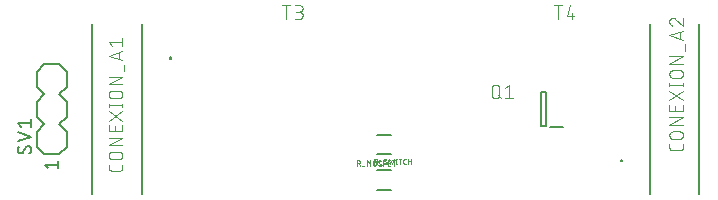
<source format=gbr>
G04 EAGLE Gerber X2 export*
%TF.Part,Single*%
%TF.FileFunction,Legend,Top,1*%
%TF.FilePolarity,Positive*%
%TF.GenerationSoftware,Autodesk,EAGLE,9.1.0*%
%TF.CreationDate,2020-06-24T00:01:39Z*%
G75*
%MOMM*%
%FSLAX34Y34*%
%LPD*%
%AMOC8*
5,1,8,0,0,1.08239X$1,22.5*%
G01*
%ADD10C,0.200000*%
%ADD11C,0.101600*%
%ADD12C,0.152400*%
%ADD13C,0.127000*%
%ADD14C,0.050800*%


D10*
X462250Y130500D02*
X457750Y130500D01*
X457750Y159500D01*
X462250Y159500D01*
X462250Y130500D01*
X465750Y130000D02*
X476250Y130000D01*
D11*
X416183Y157404D02*
X416183Y162596D01*
X416182Y162596D02*
X416184Y162709D01*
X416190Y162822D01*
X416200Y162935D01*
X416214Y163048D01*
X416231Y163160D01*
X416253Y163271D01*
X416278Y163381D01*
X416308Y163491D01*
X416341Y163599D01*
X416378Y163706D01*
X416418Y163812D01*
X416463Y163916D01*
X416511Y164019D01*
X416562Y164120D01*
X416617Y164219D01*
X416675Y164316D01*
X416737Y164411D01*
X416802Y164504D01*
X416870Y164594D01*
X416941Y164682D01*
X417016Y164768D01*
X417093Y164851D01*
X417173Y164931D01*
X417256Y165008D01*
X417342Y165083D01*
X417430Y165154D01*
X417520Y165222D01*
X417613Y165287D01*
X417708Y165349D01*
X417805Y165407D01*
X417904Y165462D01*
X418005Y165513D01*
X418108Y165561D01*
X418212Y165606D01*
X418318Y165646D01*
X418425Y165683D01*
X418533Y165716D01*
X418643Y165746D01*
X418753Y165771D01*
X418864Y165793D01*
X418976Y165810D01*
X419089Y165824D01*
X419202Y165834D01*
X419315Y165840D01*
X419428Y165842D01*
X419541Y165840D01*
X419654Y165834D01*
X419767Y165824D01*
X419880Y165810D01*
X419992Y165793D01*
X420103Y165771D01*
X420213Y165746D01*
X420323Y165716D01*
X420431Y165683D01*
X420538Y165646D01*
X420644Y165606D01*
X420748Y165561D01*
X420851Y165513D01*
X420952Y165462D01*
X421051Y165407D01*
X421148Y165349D01*
X421243Y165287D01*
X421336Y165222D01*
X421426Y165154D01*
X421514Y165083D01*
X421600Y165008D01*
X421683Y164931D01*
X421763Y164851D01*
X421840Y164768D01*
X421915Y164682D01*
X421986Y164594D01*
X422054Y164504D01*
X422119Y164411D01*
X422181Y164316D01*
X422239Y164219D01*
X422294Y164120D01*
X422345Y164019D01*
X422393Y163916D01*
X422438Y163812D01*
X422478Y163706D01*
X422515Y163599D01*
X422548Y163491D01*
X422578Y163381D01*
X422603Y163271D01*
X422625Y163160D01*
X422642Y163048D01*
X422656Y162935D01*
X422666Y162822D01*
X422672Y162709D01*
X422674Y162596D01*
X422674Y157404D01*
X422672Y157291D01*
X422666Y157178D01*
X422656Y157065D01*
X422642Y156952D01*
X422625Y156840D01*
X422603Y156729D01*
X422578Y156619D01*
X422548Y156509D01*
X422515Y156401D01*
X422478Y156294D01*
X422438Y156188D01*
X422393Y156084D01*
X422345Y155981D01*
X422294Y155880D01*
X422239Y155781D01*
X422181Y155684D01*
X422119Y155589D01*
X422054Y155496D01*
X421986Y155406D01*
X421915Y155318D01*
X421840Y155232D01*
X421763Y155149D01*
X421683Y155069D01*
X421600Y154992D01*
X421514Y154917D01*
X421426Y154846D01*
X421336Y154778D01*
X421243Y154713D01*
X421148Y154651D01*
X421051Y154593D01*
X420952Y154538D01*
X420851Y154487D01*
X420748Y154439D01*
X420644Y154394D01*
X420538Y154354D01*
X420431Y154317D01*
X420323Y154284D01*
X420213Y154254D01*
X420103Y154229D01*
X419992Y154207D01*
X419880Y154190D01*
X419767Y154176D01*
X419654Y154166D01*
X419541Y154160D01*
X419428Y154158D01*
X419315Y154160D01*
X419202Y154166D01*
X419089Y154176D01*
X418976Y154190D01*
X418864Y154207D01*
X418753Y154229D01*
X418643Y154254D01*
X418533Y154284D01*
X418425Y154317D01*
X418318Y154354D01*
X418212Y154394D01*
X418108Y154439D01*
X418005Y154487D01*
X417904Y154538D01*
X417805Y154593D01*
X417708Y154651D01*
X417613Y154713D01*
X417520Y154778D01*
X417430Y154846D01*
X417342Y154917D01*
X417256Y154992D01*
X417173Y155069D01*
X417093Y155149D01*
X417016Y155232D01*
X416941Y155318D01*
X416870Y155406D01*
X416802Y155496D01*
X416737Y155589D01*
X416675Y155684D01*
X416617Y155781D01*
X416562Y155880D01*
X416511Y155981D01*
X416463Y156084D01*
X416418Y156188D01*
X416378Y156294D01*
X416341Y156401D01*
X416308Y156509D01*
X416278Y156619D01*
X416253Y156729D01*
X416231Y156840D01*
X416214Y156952D01*
X416200Y157065D01*
X416190Y157178D01*
X416184Y157291D01*
X416182Y157404D01*
X421375Y156754D02*
X423972Y154158D01*
X427326Y163246D02*
X430572Y165842D01*
X430572Y154158D01*
X433817Y154158D02*
X427326Y154158D01*
D10*
X550000Y216900D02*
X550000Y73100D01*
X592000Y73100D02*
X592000Y216900D01*
X525352Y101510D02*
X525354Y101561D01*
X525360Y101612D01*
X525370Y101662D01*
X525383Y101711D01*
X525401Y101759D01*
X525422Y101805D01*
X525447Y101850D01*
X525475Y101893D01*
X525506Y101933D01*
X525540Y101971D01*
X525577Y102006D01*
X525617Y102038D01*
X525659Y102067D01*
X525703Y102092D01*
X525749Y102114D01*
X525797Y102133D01*
X525846Y102147D01*
X525896Y102158D01*
X525946Y102165D01*
X525997Y102168D01*
X526048Y102167D01*
X526099Y102162D01*
X526149Y102153D01*
X526199Y102140D01*
X526247Y102124D01*
X526294Y102104D01*
X526339Y102080D01*
X526382Y102053D01*
X526423Y102022D01*
X526462Y101989D01*
X526497Y101952D01*
X526530Y101913D01*
X526560Y101872D01*
X526586Y101828D01*
X526609Y101782D01*
X526628Y101735D01*
X526644Y101686D01*
X526656Y101637D01*
X526664Y101586D01*
X526668Y101536D01*
X526668Y101484D01*
X526664Y101434D01*
X526656Y101383D01*
X526644Y101334D01*
X526628Y101285D01*
X526609Y101238D01*
X526586Y101192D01*
X526560Y101148D01*
X526530Y101107D01*
X526497Y101068D01*
X526462Y101031D01*
X526423Y100998D01*
X526382Y100967D01*
X526339Y100940D01*
X526294Y100916D01*
X526247Y100896D01*
X526199Y100880D01*
X526149Y100867D01*
X526099Y100858D01*
X526048Y100853D01*
X525997Y100852D01*
X525946Y100855D01*
X525896Y100862D01*
X525846Y100873D01*
X525797Y100887D01*
X525749Y100906D01*
X525703Y100928D01*
X525659Y100953D01*
X525617Y100982D01*
X525577Y101014D01*
X525540Y101049D01*
X525506Y101087D01*
X525475Y101127D01*
X525447Y101170D01*
X525422Y101215D01*
X525401Y101261D01*
X525383Y101309D01*
X525370Y101358D01*
X525360Y101408D01*
X525354Y101459D01*
X525352Y101510D01*
D11*
X578202Y112676D02*
X578202Y115272D01*
X578202Y112676D02*
X578200Y112577D01*
X578194Y112477D01*
X578185Y112378D01*
X578172Y112280D01*
X578155Y112182D01*
X578134Y112084D01*
X578109Y111988D01*
X578081Y111893D01*
X578049Y111799D01*
X578014Y111706D01*
X577975Y111614D01*
X577932Y111524D01*
X577887Y111436D01*
X577837Y111349D01*
X577785Y111265D01*
X577729Y111182D01*
X577671Y111102D01*
X577609Y111024D01*
X577544Y110949D01*
X577476Y110876D01*
X577406Y110806D01*
X577333Y110738D01*
X577258Y110673D01*
X577180Y110611D01*
X577100Y110553D01*
X577017Y110497D01*
X576933Y110445D01*
X576846Y110395D01*
X576758Y110350D01*
X576668Y110307D01*
X576576Y110268D01*
X576483Y110233D01*
X576389Y110201D01*
X576294Y110173D01*
X576198Y110148D01*
X576100Y110127D01*
X576002Y110110D01*
X575904Y110097D01*
X575805Y110088D01*
X575705Y110082D01*
X575606Y110080D01*
X575606Y110079D02*
X569114Y110079D01*
X569015Y110081D01*
X568915Y110087D01*
X568816Y110096D01*
X568718Y110109D01*
X568620Y110127D01*
X568522Y110147D01*
X568426Y110172D01*
X568330Y110200D01*
X568236Y110232D01*
X568143Y110267D01*
X568052Y110306D01*
X567962Y110349D01*
X567873Y110394D01*
X567787Y110444D01*
X567702Y110496D01*
X567620Y110552D01*
X567540Y110611D01*
X567462Y110672D01*
X567386Y110737D01*
X567313Y110805D01*
X567243Y110875D01*
X567175Y110948D01*
X567110Y111024D01*
X567049Y111102D01*
X566990Y111182D01*
X566934Y111264D01*
X566882Y111349D01*
X566833Y111435D01*
X566787Y111524D01*
X566744Y111614D01*
X566705Y111705D01*
X566670Y111798D01*
X566638Y111892D01*
X566610Y111988D01*
X566585Y112084D01*
X566565Y112182D01*
X566547Y112280D01*
X566534Y112378D01*
X566525Y112477D01*
X566519Y112576D01*
X566517Y112676D01*
X566518Y112676D02*
X566518Y115272D01*
X569764Y119638D02*
X574956Y119638D01*
X569764Y119637D02*
X569651Y119639D01*
X569538Y119645D01*
X569425Y119655D01*
X569312Y119669D01*
X569200Y119686D01*
X569089Y119708D01*
X568979Y119733D01*
X568869Y119763D01*
X568761Y119796D01*
X568654Y119833D01*
X568548Y119873D01*
X568444Y119918D01*
X568341Y119966D01*
X568240Y120017D01*
X568141Y120072D01*
X568044Y120130D01*
X567949Y120192D01*
X567856Y120257D01*
X567766Y120325D01*
X567678Y120396D01*
X567592Y120471D01*
X567509Y120548D01*
X567429Y120628D01*
X567352Y120711D01*
X567277Y120797D01*
X567206Y120885D01*
X567138Y120975D01*
X567073Y121068D01*
X567011Y121163D01*
X566953Y121260D01*
X566898Y121359D01*
X566847Y121460D01*
X566799Y121563D01*
X566754Y121667D01*
X566714Y121773D01*
X566677Y121880D01*
X566644Y121988D01*
X566614Y122098D01*
X566589Y122208D01*
X566567Y122319D01*
X566550Y122431D01*
X566536Y122544D01*
X566526Y122657D01*
X566520Y122770D01*
X566518Y122883D01*
X566520Y122996D01*
X566526Y123109D01*
X566536Y123222D01*
X566550Y123335D01*
X566567Y123447D01*
X566589Y123558D01*
X566614Y123668D01*
X566644Y123778D01*
X566677Y123886D01*
X566714Y123993D01*
X566754Y124099D01*
X566799Y124203D01*
X566847Y124306D01*
X566898Y124407D01*
X566953Y124506D01*
X567011Y124603D01*
X567073Y124698D01*
X567138Y124791D01*
X567206Y124881D01*
X567277Y124969D01*
X567352Y125055D01*
X567429Y125138D01*
X567509Y125218D01*
X567592Y125295D01*
X567678Y125370D01*
X567766Y125441D01*
X567856Y125509D01*
X567949Y125574D01*
X568044Y125636D01*
X568141Y125694D01*
X568240Y125749D01*
X568341Y125800D01*
X568444Y125848D01*
X568548Y125893D01*
X568654Y125933D01*
X568761Y125970D01*
X568869Y126003D01*
X568979Y126033D01*
X569089Y126058D01*
X569200Y126080D01*
X569312Y126097D01*
X569425Y126111D01*
X569538Y126121D01*
X569651Y126127D01*
X569764Y126129D01*
X574956Y126129D01*
X575069Y126127D01*
X575182Y126121D01*
X575295Y126111D01*
X575408Y126097D01*
X575520Y126080D01*
X575631Y126058D01*
X575741Y126033D01*
X575851Y126003D01*
X575959Y125970D01*
X576066Y125933D01*
X576172Y125893D01*
X576276Y125848D01*
X576379Y125800D01*
X576480Y125749D01*
X576579Y125694D01*
X576676Y125636D01*
X576771Y125574D01*
X576864Y125509D01*
X576954Y125441D01*
X577042Y125370D01*
X577128Y125295D01*
X577211Y125218D01*
X577291Y125138D01*
X577368Y125055D01*
X577443Y124969D01*
X577514Y124881D01*
X577582Y124791D01*
X577647Y124698D01*
X577709Y124603D01*
X577767Y124506D01*
X577822Y124407D01*
X577873Y124306D01*
X577921Y124203D01*
X577966Y124099D01*
X578006Y123993D01*
X578043Y123886D01*
X578076Y123778D01*
X578106Y123668D01*
X578131Y123558D01*
X578153Y123447D01*
X578170Y123335D01*
X578184Y123222D01*
X578194Y123109D01*
X578200Y122996D01*
X578202Y122883D01*
X578200Y122770D01*
X578194Y122657D01*
X578184Y122544D01*
X578170Y122431D01*
X578153Y122319D01*
X578131Y122208D01*
X578106Y122098D01*
X578076Y121988D01*
X578043Y121880D01*
X578006Y121773D01*
X577966Y121667D01*
X577921Y121563D01*
X577873Y121460D01*
X577822Y121359D01*
X577767Y121260D01*
X577709Y121163D01*
X577647Y121068D01*
X577582Y120975D01*
X577514Y120885D01*
X577443Y120797D01*
X577368Y120711D01*
X577291Y120628D01*
X577211Y120548D01*
X577128Y120471D01*
X577042Y120396D01*
X576954Y120325D01*
X576864Y120257D01*
X576771Y120192D01*
X576676Y120130D01*
X576579Y120072D01*
X576480Y120017D01*
X576379Y119966D01*
X576276Y119918D01*
X576172Y119873D01*
X576066Y119833D01*
X575959Y119796D01*
X575851Y119763D01*
X575741Y119733D01*
X575631Y119708D01*
X575520Y119686D01*
X575408Y119669D01*
X575295Y119655D01*
X575182Y119645D01*
X575069Y119639D01*
X574956Y119637D01*
X578202Y131449D02*
X566518Y131449D01*
X578202Y137940D01*
X566518Y137940D01*
X578202Y143663D02*
X578202Y148856D01*
X578202Y143663D02*
X566518Y143663D01*
X566518Y148856D01*
X571711Y147558D02*
X571711Y143663D01*
X578202Y152516D02*
X566518Y160306D01*
X566518Y152516D02*
X578202Y160306D01*
X578202Y165555D02*
X566518Y165555D01*
X578202Y164257D02*
X578202Y166853D01*
X566518Y166853D02*
X566518Y164257D01*
X569764Y171454D02*
X574956Y171454D01*
X569764Y171453D02*
X569651Y171455D01*
X569538Y171461D01*
X569425Y171471D01*
X569312Y171485D01*
X569200Y171502D01*
X569089Y171524D01*
X568979Y171549D01*
X568869Y171579D01*
X568761Y171612D01*
X568654Y171649D01*
X568548Y171689D01*
X568444Y171734D01*
X568341Y171782D01*
X568240Y171833D01*
X568141Y171888D01*
X568044Y171946D01*
X567949Y172008D01*
X567856Y172073D01*
X567766Y172141D01*
X567678Y172212D01*
X567592Y172287D01*
X567509Y172364D01*
X567429Y172444D01*
X567352Y172527D01*
X567277Y172613D01*
X567206Y172701D01*
X567138Y172791D01*
X567073Y172884D01*
X567011Y172979D01*
X566953Y173076D01*
X566898Y173175D01*
X566847Y173276D01*
X566799Y173379D01*
X566754Y173483D01*
X566714Y173589D01*
X566677Y173696D01*
X566644Y173804D01*
X566614Y173914D01*
X566589Y174024D01*
X566567Y174135D01*
X566550Y174247D01*
X566536Y174360D01*
X566526Y174473D01*
X566520Y174586D01*
X566518Y174699D01*
X566520Y174812D01*
X566526Y174925D01*
X566536Y175038D01*
X566550Y175151D01*
X566567Y175263D01*
X566589Y175374D01*
X566614Y175484D01*
X566644Y175594D01*
X566677Y175702D01*
X566714Y175809D01*
X566754Y175915D01*
X566799Y176019D01*
X566847Y176122D01*
X566898Y176223D01*
X566953Y176322D01*
X567011Y176419D01*
X567073Y176514D01*
X567138Y176607D01*
X567206Y176697D01*
X567277Y176785D01*
X567352Y176871D01*
X567429Y176954D01*
X567509Y177034D01*
X567592Y177111D01*
X567678Y177186D01*
X567766Y177257D01*
X567856Y177325D01*
X567949Y177390D01*
X568044Y177452D01*
X568141Y177510D01*
X568240Y177565D01*
X568341Y177616D01*
X568444Y177664D01*
X568548Y177709D01*
X568654Y177749D01*
X568761Y177786D01*
X568869Y177819D01*
X568979Y177849D01*
X569089Y177874D01*
X569200Y177896D01*
X569312Y177913D01*
X569425Y177927D01*
X569538Y177937D01*
X569651Y177943D01*
X569764Y177945D01*
X574956Y177945D01*
X575069Y177943D01*
X575182Y177937D01*
X575295Y177927D01*
X575408Y177913D01*
X575520Y177896D01*
X575631Y177874D01*
X575741Y177849D01*
X575851Y177819D01*
X575959Y177786D01*
X576066Y177749D01*
X576172Y177709D01*
X576276Y177664D01*
X576379Y177616D01*
X576480Y177565D01*
X576579Y177510D01*
X576676Y177452D01*
X576771Y177390D01*
X576864Y177325D01*
X576954Y177257D01*
X577042Y177186D01*
X577128Y177111D01*
X577211Y177034D01*
X577291Y176954D01*
X577368Y176871D01*
X577443Y176785D01*
X577514Y176697D01*
X577582Y176607D01*
X577647Y176514D01*
X577709Y176419D01*
X577767Y176322D01*
X577822Y176223D01*
X577873Y176122D01*
X577921Y176019D01*
X577966Y175915D01*
X578006Y175809D01*
X578043Y175702D01*
X578076Y175594D01*
X578106Y175484D01*
X578131Y175374D01*
X578153Y175263D01*
X578170Y175151D01*
X578184Y175038D01*
X578194Y174925D01*
X578200Y174812D01*
X578202Y174699D01*
X578200Y174586D01*
X578194Y174473D01*
X578184Y174360D01*
X578170Y174247D01*
X578153Y174135D01*
X578131Y174024D01*
X578106Y173914D01*
X578076Y173804D01*
X578043Y173696D01*
X578006Y173589D01*
X577966Y173483D01*
X577921Y173379D01*
X577873Y173276D01*
X577822Y173175D01*
X577767Y173076D01*
X577709Y172979D01*
X577647Y172884D01*
X577582Y172791D01*
X577514Y172701D01*
X577443Y172613D01*
X577368Y172527D01*
X577291Y172444D01*
X577211Y172364D01*
X577128Y172287D01*
X577042Y172212D01*
X576954Y172141D01*
X576864Y172073D01*
X576771Y172008D01*
X576676Y171946D01*
X576579Y171888D01*
X576480Y171833D01*
X576379Y171782D01*
X576276Y171734D01*
X576172Y171689D01*
X576066Y171649D01*
X575959Y171612D01*
X575851Y171579D01*
X575741Y171549D01*
X575631Y171524D01*
X575520Y171502D01*
X575408Y171485D01*
X575295Y171471D01*
X575182Y171461D01*
X575069Y171455D01*
X574956Y171453D01*
X578202Y183265D02*
X566518Y183265D01*
X578202Y189756D01*
X566518Y189756D01*
X579500Y194582D02*
X579500Y199775D01*
X578202Y203570D02*
X566518Y207465D01*
X578202Y211360D01*
X575281Y210386D02*
X575281Y204544D01*
X566518Y219220D02*
X566520Y219327D01*
X566526Y219433D01*
X566536Y219539D01*
X566549Y219645D01*
X566567Y219751D01*
X566588Y219855D01*
X566613Y219959D01*
X566642Y220062D01*
X566674Y220163D01*
X566711Y220263D01*
X566751Y220362D01*
X566794Y220460D01*
X566841Y220556D01*
X566892Y220650D01*
X566946Y220742D01*
X567003Y220832D01*
X567063Y220920D01*
X567127Y221005D01*
X567194Y221088D01*
X567264Y221169D01*
X567336Y221247D01*
X567412Y221323D01*
X567490Y221395D01*
X567571Y221465D01*
X567654Y221532D01*
X567739Y221596D01*
X567827Y221656D01*
X567917Y221713D01*
X568009Y221767D01*
X568103Y221818D01*
X568199Y221865D01*
X568297Y221908D01*
X568396Y221948D01*
X568496Y221985D01*
X568597Y222017D01*
X568700Y222046D01*
X568804Y222071D01*
X568908Y222092D01*
X569014Y222110D01*
X569120Y222123D01*
X569226Y222133D01*
X569332Y222139D01*
X569439Y222141D01*
X566518Y219220D02*
X566520Y219099D01*
X566526Y218978D01*
X566536Y218858D01*
X566549Y218737D01*
X566567Y218618D01*
X566588Y218498D01*
X566613Y218380D01*
X566642Y218263D01*
X566675Y218146D01*
X566711Y218031D01*
X566752Y217917D01*
X566795Y217804D01*
X566843Y217692D01*
X566894Y217583D01*
X566949Y217475D01*
X567007Y217368D01*
X567068Y217264D01*
X567133Y217162D01*
X567201Y217062D01*
X567272Y216964D01*
X567346Y216868D01*
X567423Y216775D01*
X567504Y216685D01*
X567587Y216597D01*
X567673Y216512D01*
X567762Y216429D01*
X567853Y216350D01*
X567947Y216273D01*
X568043Y216200D01*
X568141Y216130D01*
X568242Y216063D01*
X568345Y215999D01*
X568450Y215939D01*
X568557Y215881D01*
X568665Y215828D01*
X568775Y215778D01*
X568887Y215732D01*
X569000Y215689D01*
X569115Y215650D01*
X571711Y221166D02*
X571633Y221245D01*
X571553Y221321D01*
X571470Y221394D01*
X571384Y221464D01*
X571297Y221531D01*
X571206Y221595D01*
X571114Y221655D01*
X571020Y221713D01*
X570923Y221767D01*
X570825Y221817D01*
X570725Y221864D01*
X570624Y221908D01*
X570521Y221948D01*
X570416Y221984D01*
X570311Y222016D01*
X570204Y222045D01*
X570097Y222070D01*
X569988Y222092D01*
X569879Y222109D01*
X569770Y222123D01*
X569660Y222132D01*
X569549Y222138D01*
X569439Y222140D01*
X571711Y221167D02*
X578202Y215650D01*
X578202Y222141D01*
D10*
X120000Y216900D02*
X120000Y73100D01*
X78000Y73100D02*
X78000Y216900D01*
X143332Y188490D02*
X143334Y188541D01*
X143340Y188592D01*
X143350Y188642D01*
X143363Y188691D01*
X143381Y188739D01*
X143402Y188785D01*
X143427Y188830D01*
X143455Y188873D01*
X143486Y188913D01*
X143520Y188951D01*
X143557Y188986D01*
X143597Y189018D01*
X143639Y189047D01*
X143683Y189072D01*
X143729Y189094D01*
X143777Y189113D01*
X143826Y189127D01*
X143876Y189138D01*
X143926Y189145D01*
X143977Y189148D01*
X144028Y189147D01*
X144079Y189142D01*
X144129Y189133D01*
X144179Y189120D01*
X144227Y189104D01*
X144274Y189084D01*
X144319Y189060D01*
X144362Y189033D01*
X144403Y189002D01*
X144442Y188969D01*
X144477Y188932D01*
X144510Y188893D01*
X144540Y188852D01*
X144566Y188808D01*
X144589Y188762D01*
X144608Y188715D01*
X144624Y188666D01*
X144636Y188617D01*
X144644Y188566D01*
X144648Y188516D01*
X144648Y188464D01*
X144644Y188414D01*
X144636Y188363D01*
X144624Y188314D01*
X144608Y188265D01*
X144589Y188218D01*
X144566Y188172D01*
X144540Y188128D01*
X144510Y188087D01*
X144477Y188048D01*
X144442Y188011D01*
X144403Y187978D01*
X144362Y187947D01*
X144319Y187920D01*
X144274Y187896D01*
X144227Y187876D01*
X144179Y187860D01*
X144129Y187847D01*
X144079Y187838D01*
X144028Y187833D01*
X143977Y187832D01*
X143926Y187835D01*
X143876Y187842D01*
X143826Y187853D01*
X143777Y187867D01*
X143729Y187886D01*
X143683Y187908D01*
X143639Y187933D01*
X143597Y187962D01*
X143557Y187994D01*
X143520Y188029D01*
X143486Y188067D01*
X143455Y188107D01*
X143427Y188150D01*
X143402Y188195D01*
X143381Y188241D01*
X143363Y188289D01*
X143350Y188338D01*
X143340Y188388D01*
X143334Y188439D01*
X143332Y188490D01*
D11*
X103482Y98052D02*
X103482Y95456D01*
X103480Y95357D01*
X103474Y95257D01*
X103465Y95158D01*
X103452Y95060D01*
X103435Y94962D01*
X103414Y94864D01*
X103389Y94768D01*
X103361Y94673D01*
X103329Y94579D01*
X103294Y94486D01*
X103255Y94394D01*
X103212Y94304D01*
X103167Y94216D01*
X103117Y94129D01*
X103065Y94045D01*
X103009Y93962D01*
X102951Y93882D01*
X102889Y93804D01*
X102824Y93729D01*
X102756Y93656D01*
X102686Y93586D01*
X102613Y93518D01*
X102538Y93453D01*
X102460Y93391D01*
X102380Y93333D01*
X102297Y93277D01*
X102213Y93225D01*
X102126Y93175D01*
X102038Y93130D01*
X101948Y93087D01*
X101856Y93048D01*
X101763Y93013D01*
X101669Y92981D01*
X101574Y92953D01*
X101478Y92928D01*
X101380Y92907D01*
X101282Y92890D01*
X101184Y92877D01*
X101085Y92868D01*
X100985Y92862D01*
X100886Y92860D01*
X100886Y92859D02*
X94394Y92859D01*
X94295Y92861D01*
X94195Y92867D01*
X94096Y92876D01*
X93998Y92889D01*
X93900Y92907D01*
X93802Y92927D01*
X93706Y92952D01*
X93610Y92980D01*
X93516Y93012D01*
X93423Y93047D01*
X93332Y93086D01*
X93242Y93129D01*
X93153Y93174D01*
X93067Y93224D01*
X92982Y93276D01*
X92900Y93332D01*
X92820Y93391D01*
X92742Y93452D01*
X92666Y93517D01*
X92593Y93585D01*
X92523Y93655D01*
X92455Y93728D01*
X92390Y93804D01*
X92329Y93882D01*
X92270Y93962D01*
X92214Y94044D01*
X92162Y94129D01*
X92113Y94215D01*
X92067Y94304D01*
X92024Y94394D01*
X91985Y94485D01*
X91950Y94578D01*
X91918Y94672D01*
X91890Y94768D01*
X91865Y94864D01*
X91845Y94962D01*
X91827Y95060D01*
X91814Y95158D01*
X91805Y95257D01*
X91799Y95356D01*
X91797Y95456D01*
X91798Y95456D02*
X91798Y98052D01*
X95044Y102418D02*
X100236Y102418D01*
X95044Y102417D02*
X94931Y102419D01*
X94818Y102425D01*
X94705Y102435D01*
X94592Y102449D01*
X94480Y102466D01*
X94369Y102488D01*
X94259Y102513D01*
X94149Y102543D01*
X94041Y102576D01*
X93934Y102613D01*
X93828Y102653D01*
X93724Y102698D01*
X93621Y102746D01*
X93520Y102797D01*
X93421Y102852D01*
X93324Y102910D01*
X93229Y102972D01*
X93136Y103037D01*
X93046Y103105D01*
X92958Y103176D01*
X92872Y103251D01*
X92789Y103328D01*
X92709Y103408D01*
X92632Y103491D01*
X92557Y103577D01*
X92486Y103665D01*
X92418Y103755D01*
X92353Y103848D01*
X92291Y103943D01*
X92233Y104040D01*
X92178Y104139D01*
X92127Y104240D01*
X92079Y104343D01*
X92034Y104447D01*
X91994Y104553D01*
X91957Y104660D01*
X91924Y104768D01*
X91894Y104878D01*
X91869Y104988D01*
X91847Y105099D01*
X91830Y105211D01*
X91816Y105324D01*
X91806Y105437D01*
X91800Y105550D01*
X91798Y105663D01*
X91800Y105776D01*
X91806Y105889D01*
X91816Y106002D01*
X91830Y106115D01*
X91847Y106227D01*
X91869Y106338D01*
X91894Y106448D01*
X91924Y106558D01*
X91957Y106666D01*
X91994Y106773D01*
X92034Y106879D01*
X92079Y106983D01*
X92127Y107086D01*
X92178Y107187D01*
X92233Y107286D01*
X92291Y107383D01*
X92353Y107478D01*
X92418Y107571D01*
X92486Y107661D01*
X92557Y107749D01*
X92632Y107835D01*
X92709Y107918D01*
X92789Y107998D01*
X92872Y108075D01*
X92958Y108150D01*
X93046Y108221D01*
X93136Y108289D01*
X93229Y108354D01*
X93324Y108416D01*
X93421Y108474D01*
X93520Y108529D01*
X93621Y108580D01*
X93724Y108628D01*
X93828Y108673D01*
X93934Y108713D01*
X94041Y108750D01*
X94149Y108783D01*
X94259Y108813D01*
X94369Y108838D01*
X94480Y108860D01*
X94592Y108877D01*
X94705Y108891D01*
X94818Y108901D01*
X94931Y108907D01*
X95044Y108909D01*
X100236Y108909D01*
X100349Y108907D01*
X100462Y108901D01*
X100575Y108891D01*
X100688Y108877D01*
X100800Y108860D01*
X100911Y108838D01*
X101021Y108813D01*
X101131Y108783D01*
X101239Y108750D01*
X101346Y108713D01*
X101452Y108673D01*
X101556Y108628D01*
X101659Y108580D01*
X101760Y108529D01*
X101859Y108474D01*
X101956Y108416D01*
X102051Y108354D01*
X102144Y108289D01*
X102234Y108221D01*
X102322Y108150D01*
X102408Y108075D01*
X102491Y107998D01*
X102571Y107918D01*
X102648Y107835D01*
X102723Y107749D01*
X102794Y107661D01*
X102862Y107571D01*
X102927Y107478D01*
X102989Y107383D01*
X103047Y107286D01*
X103102Y107187D01*
X103153Y107086D01*
X103201Y106983D01*
X103246Y106879D01*
X103286Y106773D01*
X103323Y106666D01*
X103356Y106558D01*
X103386Y106448D01*
X103411Y106338D01*
X103433Y106227D01*
X103450Y106115D01*
X103464Y106002D01*
X103474Y105889D01*
X103480Y105776D01*
X103482Y105663D01*
X103480Y105550D01*
X103474Y105437D01*
X103464Y105324D01*
X103450Y105211D01*
X103433Y105099D01*
X103411Y104988D01*
X103386Y104878D01*
X103356Y104768D01*
X103323Y104660D01*
X103286Y104553D01*
X103246Y104447D01*
X103201Y104343D01*
X103153Y104240D01*
X103102Y104139D01*
X103047Y104040D01*
X102989Y103943D01*
X102927Y103848D01*
X102862Y103755D01*
X102794Y103665D01*
X102723Y103577D01*
X102648Y103491D01*
X102571Y103408D01*
X102491Y103328D01*
X102408Y103251D01*
X102322Y103176D01*
X102234Y103105D01*
X102144Y103037D01*
X102051Y102972D01*
X101956Y102910D01*
X101859Y102852D01*
X101760Y102797D01*
X101659Y102746D01*
X101556Y102698D01*
X101452Y102653D01*
X101346Y102613D01*
X101239Y102576D01*
X101131Y102543D01*
X101021Y102513D01*
X100911Y102488D01*
X100800Y102466D01*
X100688Y102449D01*
X100575Y102435D01*
X100462Y102425D01*
X100349Y102419D01*
X100236Y102417D01*
X103482Y114229D02*
X91798Y114229D01*
X103482Y120720D01*
X91798Y120720D01*
X103482Y126443D02*
X103482Y131636D01*
X103482Y126443D02*
X91798Y126443D01*
X91798Y131636D01*
X96991Y130338D02*
X96991Y126443D01*
X103482Y135296D02*
X91798Y143086D01*
X91798Y135296D02*
X103482Y143086D01*
X103482Y148335D02*
X91798Y148335D01*
X103482Y147037D02*
X103482Y149633D01*
X91798Y149633D02*
X91798Y147037D01*
X95044Y154234D02*
X100236Y154234D01*
X95044Y154233D02*
X94931Y154235D01*
X94818Y154241D01*
X94705Y154251D01*
X94592Y154265D01*
X94480Y154282D01*
X94369Y154304D01*
X94259Y154329D01*
X94149Y154359D01*
X94041Y154392D01*
X93934Y154429D01*
X93828Y154469D01*
X93724Y154514D01*
X93621Y154562D01*
X93520Y154613D01*
X93421Y154668D01*
X93324Y154726D01*
X93229Y154788D01*
X93136Y154853D01*
X93046Y154921D01*
X92958Y154992D01*
X92872Y155067D01*
X92789Y155144D01*
X92709Y155224D01*
X92632Y155307D01*
X92557Y155393D01*
X92486Y155481D01*
X92418Y155571D01*
X92353Y155664D01*
X92291Y155759D01*
X92233Y155856D01*
X92178Y155955D01*
X92127Y156056D01*
X92079Y156159D01*
X92034Y156263D01*
X91994Y156369D01*
X91957Y156476D01*
X91924Y156584D01*
X91894Y156694D01*
X91869Y156804D01*
X91847Y156915D01*
X91830Y157027D01*
X91816Y157140D01*
X91806Y157253D01*
X91800Y157366D01*
X91798Y157479D01*
X91800Y157592D01*
X91806Y157705D01*
X91816Y157818D01*
X91830Y157931D01*
X91847Y158043D01*
X91869Y158154D01*
X91894Y158264D01*
X91924Y158374D01*
X91957Y158482D01*
X91994Y158589D01*
X92034Y158695D01*
X92079Y158799D01*
X92127Y158902D01*
X92178Y159003D01*
X92233Y159102D01*
X92291Y159199D01*
X92353Y159294D01*
X92418Y159387D01*
X92486Y159477D01*
X92557Y159565D01*
X92632Y159651D01*
X92709Y159734D01*
X92789Y159814D01*
X92872Y159891D01*
X92958Y159966D01*
X93046Y160037D01*
X93136Y160105D01*
X93229Y160170D01*
X93324Y160232D01*
X93421Y160290D01*
X93520Y160345D01*
X93621Y160396D01*
X93724Y160444D01*
X93828Y160489D01*
X93934Y160529D01*
X94041Y160566D01*
X94149Y160599D01*
X94259Y160629D01*
X94369Y160654D01*
X94480Y160676D01*
X94592Y160693D01*
X94705Y160707D01*
X94818Y160717D01*
X94931Y160723D01*
X95044Y160725D01*
X100236Y160725D01*
X100349Y160723D01*
X100462Y160717D01*
X100575Y160707D01*
X100688Y160693D01*
X100800Y160676D01*
X100911Y160654D01*
X101021Y160629D01*
X101131Y160599D01*
X101239Y160566D01*
X101346Y160529D01*
X101452Y160489D01*
X101556Y160444D01*
X101659Y160396D01*
X101760Y160345D01*
X101859Y160290D01*
X101956Y160232D01*
X102051Y160170D01*
X102144Y160105D01*
X102234Y160037D01*
X102322Y159966D01*
X102408Y159891D01*
X102491Y159814D01*
X102571Y159734D01*
X102648Y159651D01*
X102723Y159565D01*
X102794Y159477D01*
X102862Y159387D01*
X102927Y159294D01*
X102989Y159199D01*
X103047Y159102D01*
X103102Y159003D01*
X103153Y158902D01*
X103201Y158799D01*
X103246Y158695D01*
X103286Y158589D01*
X103323Y158482D01*
X103356Y158374D01*
X103386Y158264D01*
X103411Y158154D01*
X103433Y158043D01*
X103450Y157931D01*
X103464Y157818D01*
X103474Y157705D01*
X103480Y157592D01*
X103482Y157479D01*
X103480Y157366D01*
X103474Y157253D01*
X103464Y157140D01*
X103450Y157027D01*
X103433Y156915D01*
X103411Y156804D01*
X103386Y156694D01*
X103356Y156584D01*
X103323Y156476D01*
X103286Y156369D01*
X103246Y156263D01*
X103201Y156159D01*
X103153Y156056D01*
X103102Y155955D01*
X103047Y155856D01*
X102989Y155759D01*
X102927Y155664D01*
X102862Y155571D01*
X102794Y155481D01*
X102723Y155393D01*
X102648Y155307D01*
X102571Y155224D01*
X102491Y155144D01*
X102408Y155067D01*
X102322Y154992D01*
X102234Y154921D01*
X102144Y154853D01*
X102051Y154788D01*
X101956Y154726D01*
X101859Y154668D01*
X101760Y154613D01*
X101659Y154562D01*
X101556Y154514D01*
X101452Y154469D01*
X101346Y154429D01*
X101239Y154392D01*
X101131Y154359D01*
X101021Y154329D01*
X100911Y154304D01*
X100800Y154282D01*
X100688Y154265D01*
X100575Y154251D01*
X100462Y154241D01*
X100349Y154235D01*
X100236Y154233D01*
X103482Y166045D02*
X91798Y166045D01*
X103482Y172536D01*
X91798Y172536D01*
X104780Y177362D02*
X104780Y182554D01*
X103482Y186350D02*
X91798Y190245D01*
X103482Y194140D01*
X100561Y193166D02*
X100561Y187324D01*
X94394Y198429D02*
X91798Y201675D01*
X103482Y201675D01*
X103482Y198429D02*
X103482Y204921D01*
X242110Y221144D02*
X242110Y232851D01*
X245361Y232851D02*
X238858Y232851D01*
X249545Y221144D02*
X252796Y221144D01*
X252908Y221146D01*
X253020Y221152D01*
X253132Y221161D01*
X253244Y221175D01*
X253355Y221192D01*
X253465Y221214D01*
X253574Y221238D01*
X253683Y221267D01*
X253790Y221300D01*
X253897Y221336D01*
X254001Y221376D01*
X254105Y221419D01*
X254207Y221466D01*
X254307Y221516D01*
X254406Y221570D01*
X254502Y221628D01*
X254597Y221688D01*
X254689Y221752D01*
X254779Y221819D01*
X254867Y221889D01*
X254952Y221962D01*
X255035Y222038D01*
X255115Y222116D01*
X255193Y222198D01*
X255267Y222282D01*
X255339Y222368D01*
X255407Y222457D01*
X255472Y222549D01*
X255535Y222642D01*
X255593Y222738D01*
X255649Y222835D01*
X255701Y222935D01*
X255750Y223036D01*
X255795Y223139D01*
X255837Y223243D01*
X255875Y223348D01*
X255909Y223455D01*
X255940Y223563D01*
X255966Y223672D01*
X255990Y223782D01*
X256009Y223893D01*
X256024Y224004D01*
X256036Y224116D01*
X256044Y224228D01*
X256048Y224340D01*
X256048Y224452D01*
X256044Y224564D01*
X256036Y224676D01*
X256024Y224788D01*
X256009Y224899D01*
X255990Y225010D01*
X255966Y225120D01*
X255940Y225229D01*
X255909Y225337D01*
X255875Y225444D01*
X255837Y225549D01*
X255795Y225653D01*
X255750Y225756D01*
X255701Y225857D01*
X255649Y225957D01*
X255593Y226054D01*
X255535Y226150D01*
X255472Y226243D01*
X255407Y226335D01*
X255339Y226424D01*
X255267Y226510D01*
X255193Y226594D01*
X255115Y226676D01*
X255035Y226754D01*
X254952Y226830D01*
X254867Y226903D01*
X254779Y226973D01*
X254689Y227040D01*
X254597Y227104D01*
X254502Y227164D01*
X254406Y227222D01*
X254307Y227276D01*
X254207Y227326D01*
X254105Y227373D01*
X254001Y227416D01*
X253897Y227456D01*
X253790Y227492D01*
X253683Y227525D01*
X253574Y227554D01*
X253465Y227578D01*
X253355Y227600D01*
X253244Y227617D01*
X253132Y227631D01*
X253020Y227640D01*
X252908Y227646D01*
X252796Y227648D01*
X253447Y232851D02*
X249545Y232851D01*
X253447Y232850D02*
X253548Y232848D01*
X253649Y232842D01*
X253749Y232832D01*
X253849Y232819D01*
X253948Y232801D01*
X254047Y232780D01*
X254145Y232755D01*
X254241Y232726D01*
X254337Y232693D01*
X254431Y232657D01*
X254523Y232617D01*
X254614Y232573D01*
X254704Y232526D01*
X254791Y232476D01*
X254876Y232422D01*
X254959Y232365D01*
X255040Y232305D01*
X255119Y232241D01*
X255195Y232175D01*
X255268Y232106D01*
X255339Y232034D01*
X255407Y231959D01*
X255472Y231882D01*
X255533Y231802D01*
X255592Y231720D01*
X255647Y231636D01*
X255700Y231549D01*
X255748Y231461D01*
X255794Y231371D01*
X255835Y231279D01*
X255873Y231186D01*
X255908Y231091D01*
X255939Y230995D01*
X255966Y230898D01*
X255989Y230800D01*
X256008Y230701D01*
X256024Y230601D01*
X256036Y230501D01*
X256044Y230400D01*
X256048Y230299D01*
X256048Y230199D01*
X256044Y230098D01*
X256036Y229997D01*
X256024Y229897D01*
X256008Y229797D01*
X255989Y229698D01*
X255966Y229600D01*
X255939Y229503D01*
X255908Y229407D01*
X255873Y229312D01*
X255835Y229219D01*
X255794Y229127D01*
X255748Y229037D01*
X255700Y228948D01*
X255647Y228862D01*
X255592Y228778D01*
X255533Y228696D01*
X255472Y228616D01*
X255407Y228539D01*
X255339Y228464D01*
X255268Y228392D01*
X255195Y228323D01*
X255119Y228257D01*
X255040Y228193D01*
X254959Y228133D01*
X254876Y228076D01*
X254791Y228022D01*
X254704Y227972D01*
X254614Y227925D01*
X254523Y227881D01*
X254431Y227841D01*
X254337Y227805D01*
X254241Y227772D01*
X254145Y227743D01*
X254047Y227718D01*
X253948Y227697D01*
X253849Y227679D01*
X253749Y227666D01*
X253649Y227656D01*
X253548Y227650D01*
X253447Y227648D01*
X250845Y227648D01*
X472110Y232851D02*
X472110Y221144D01*
X468858Y232851D02*
X475361Y232851D01*
X482146Y232851D02*
X479545Y223746D01*
X486048Y223746D01*
X484097Y226347D02*
X484097Y221144D01*
D12*
X30800Y125950D02*
X30800Y113250D01*
X30800Y125950D02*
X37150Y132300D01*
X49850Y132300D02*
X56200Y125950D01*
X37150Y132300D02*
X30800Y138650D01*
X30800Y151350D01*
X37150Y157700D01*
X49850Y157700D02*
X56200Y151350D01*
X56200Y138650D01*
X49850Y132300D01*
X49850Y106900D02*
X37150Y106900D01*
X30800Y113250D01*
X49850Y106900D02*
X56200Y113250D01*
X56200Y125950D01*
X37150Y157700D02*
X30800Y164050D01*
X30800Y176750D01*
X37150Y183100D01*
X49850Y183100D02*
X56200Y176750D01*
X56200Y164050D01*
X49850Y157700D01*
X49850Y183100D02*
X37150Y183100D01*
D13*
X37785Y98010D02*
X40325Y94835D01*
X37785Y98010D02*
X49215Y98010D01*
X49215Y94835D02*
X49215Y101185D01*
X26355Y111345D02*
X26353Y111445D01*
X26347Y111544D01*
X26337Y111644D01*
X26324Y111742D01*
X26306Y111841D01*
X26285Y111938D01*
X26260Y112034D01*
X26231Y112130D01*
X26198Y112224D01*
X26162Y112317D01*
X26122Y112408D01*
X26078Y112498D01*
X26031Y112586D01*
X25981Y112672D01*
X25927Y112756D01*
X25870Y112838D01*
X25810Y112917D01*
X25746Y112995D01*
X25680Y113069D01*
X25611Y113141D01*
X25539Y113210D01*
X25465Y113276D01*
X25387Y113340D01*
X25308Y113400D01*
X25226Y113457D01*
X25142Y113511D01*
X25056Y113561D01*
X24968Y113608D01*
X24878Y113652D01*
X24787Y113692D01*
X24694Y113728D01*
X24600Y113761D01*
X24504Y113790D01*
X24408Y113815D01*
X24311Y113836D01*
X24212Y113854D01*
X24114Y113867D01*
X24014Y113877D01*
X23915Y113883D01*
X23815Y113885D01*
X26355Y111345D02*
X26353Y111204D01*
X26348Y111063D01*
X26338Y110922D01*
X26325Y110781D01*
X26309Y110641D01*
X26288Y110501D01*
X26264Y110362D01*
X26236Y110223D01*
X26205Y110086D01*
X26170Y109949D01*
X26132Y109813D01*
X26090Y109678D01*
X26044Y109545D01*
X25995Y109412D01*
X25942Y109281D01*
X25886Y109152D01*
X25827Y109023D01*
X25764Y108897D01*
X25698Y108772D01*
X25629Y108649D01*
X25556Y108528D01*
X25480Y108409D01*
X25401Y108291D01*
X25320Y108176D01*
X25235Y108064D01*
X25147Y107953D01*
X25056Y107845D01*
X24963Y107739D01*
X24866Y107636D01*
X24767Y107535D01*
X17465Y107853D02*
X17365Y107855D01*
X17266Y107861D01*
X17166Y107871D01*
X17068Y107884D01*
X16969Y107902D01*
X16872Y107923D01*
X16776Y107948D01*
X16680Y107977D01*
X16586Y108010D01*
X16493Y108046D01*
X16402Y108086D01*
X16312Y108130D01*
X16224Y108177D01*
X16138Y108227D01*
X16054Y108281D01*
X15972Y108338D01*
X15893Y108398D01*
X15815Y108462D01*
X15741Y108528D01*
X15669Y108597D01*
X15600Y108669D01*
X15534Y108743D01*
X15470Y108821D01*
X15410Y108900D01*
X15353Y108982D01*
X15299Y109066D01*
X15249Y109152D01*
X15202Y109240D01*
X15158Y109330D01*
X15118Y109421D01*
X15082Y109514D01*
X15049Y109608D01*
X15020Y109704D01*
X14995Y109800D01*
X14974Y109897D01*
X14956Y109996D01*
X14943Y110094D01*
X14933Y110194D01*
X14927Y110293D01*
X14925Y110393D01*
X14927Y110526D01*
X14932Y110659D01*
X14942Y110792D01*
X14955Y110925D01*
X14972Y111057D01*
X14992Y111189D01*
X15016Y111320D01*
X15044Y111450D01*
X15075Y111580D01*
X15110Y111708D01*
X15149Y111836D01*
X15191Y111962D01*
X15237Y112087D01*
X15286Y112211D01*
X15338Y112334D01*
X15394Y112455D01*
X15454Y112574D01*
X15516Y112692D01*
X15582Y112807D01*
X15651Y112921D01*
X15724Y113033D01*
X15799Y113143D01*
X15878Y113251D01*
X19688Y109122D02*
X19636Y109038D01*
X19581Y108955D01*
X19522Y108875D01*
X19461Y108797D01*
X19397Y108722D01*
X19329Y108649D01*
X19259Y108578D01*
X19187Y108511D01*
X19112Y108446D01*
X19034Y108384D01*
X18954Y108325D01*
X18872Y108269D01*
X18788Y108217D01*
X18702Y108168D01*
X18614Y108122D01*
X18524Y108079D01*
X18433Y108040D01*
X18340Y108005D01*
X18246Y107973D01*
X18151Y107945D01*
X18055Y107920D01*
X17958Y107900D01*
X17860Y107882D01*
X17762Y107869D01*
X17663Y107860D01*
X17564Y107854D01*
X17465Y107852D01*
X21592Y112615D02*
X21644Y112699D01*
X21699Y112782D01*
X21758Y112862D01*
X21819Y112940D01*
X21883Y113015D01*
X21951Y113088D01*
X22021Y113159D01*
X22093Y113226D01*
X22168Y113291D01*
X22246Y113353D01*
X22326Y113412D01*
X22408Y113468D01*
X22492Y113520D01*
X22578Y113569D01*
X22666Y113615D01*
X22756Y113658D01*
X22847Y113697D01*
X22940Y113732D01*
X23034Y113764D01*
X23129Y113792D01*
X23225Y113817D01*
X23322Y113837D01*
X23420Y113855D01*
X23518Y113868D01*
X23617Y113877D01*
X23716Y113883D01*
X23815Y113885D01*
X21593Y112615D02*
X19688Y109123D01*
X14925Y117949D02*
X26355Y121759D01*
X14925Y125569D01*
X17465Y130014D02*
X14925Y133189D01*
X26355Y133189D01*
X26355Y130014D02*
X26355Y136364D01*
X319300Y93300D02*
X330700Y93300D01*
X330700Y76700D02*
X319300Y76700D01*
D14*
X302154Y97054D02*
X302154Y101546D01*
X303402Y101546D01*
X303471Y101544D01*
X303539Y101538D01*
X303607Y101529D01*
X303675Y101516D01*
X303742Y101499D01*
X303807Y101478D01*
X303872Y101454D01*
X303935Y101427D01*
X303996Y101396D01*
X304056Y101361D01*
X304113Y101324D01*
X304169Y101283D01*
X304222Y101239D01*
X304272Y101193D01*
X304320Y101143D01*
X304365Y101091D01*
X304408Y101037D01*
X304447Y100981D01*
X304483Y100922D01*
X304516Y100862D01*
X304545Y100799D01*
X304571Y100736D01*
X304593Y100671D01*
X304612Y100604D01*
X304627Y100537D01*
X304638Y100469D01*
X304646Y100401D01*
X304650Y100332D01*
X304650Y100264D01*
X304646Y100195D01*
X304638Y100127D01*
X304627Y100059D01*
X304612Y99992D01*
X304593Y99925D01*
X304571Y99860D01*
X304545Y99797D01*
X304516Y99734D01*
X304483Y99674D01*
X304447Y99615D01*
X304408Y99559D01*
X304365Y99505D01*
X304320Y99453D01*
X304272Y99403D01*
X304222Y99357D01*
X304169Y99313D01*
X304113Y99272D01*
X304056Y99235D01*
X303996Y99200D01*
X303935Y99169D01*
X303872Y99142D01*
X303807Y99118D01*
X303742Y99097D01*
X303675Y99080D01*
X303607Y99067D01*
X303539Y99058D01*
X303471Y99052D01*
X303402Y99050D01*
X302154Y99050D01*
X303651Y99050D02*
X304650Y97054D01*
X306421Y96555D02*
X308417Y96555D01*
X310422Y97054D02*
X310422Y101546D01*
X311919Y99050D01*
X313416Y101546D01*
X313416Y97054D01*
X315621Y98302D02*
X315621Y100298D01*
X315623Y100367D01*
X315629Y100435D01*
X315638Y100503D01*
X315651Y100571D01*
X315668Y100638D01*
X315689Y100703D01*
X315713Y100768D01*
X315740Y100831D01*
X315771Y100892D01*
X315806Y100952D01*
X315843Y101009D01*
X315884Y101065D01*
X315928Y101118D01*
X315974Y101168D01*
X316024Y101216D01*
X316076Y101261D01*
X316130Y101304D01*
X316186Y101343D01*
X316245Y101379D01*
X316305Y101412D01*
X316368Y101441D01*
X316431Y101467D01*
X316496Y101489D01*
X316563Y101508D01*
X316630Y101523D01*
X316698Y101534D01*
X316766Y101542D01*
X316835Y101546D01*
X316903Y101546D01*
X316972Y101542D01*
X317040Y101534D01*
X317108Y101523D01*
X317175Y101508D01*
X317242Y101489D01*
X317307Y101467D01*
X317370Y101441D01*
X317433Y101412D01*
X317493Y101379D01*
X317552Y101343D01*
X317608Y101304D01*
X317662Y101261D01*
X317714Y101216D01*
X317764Y101168D01*
X317810Y101118D01*
X317854Y101065D01*
X317895Y101009D01*
X317932Y100952D01*
X317967Y100892D01*
X317998Y100831D01*
X318025Y100768D01*
X318049Y100703D01*
X318070Y100638D01*
X318087Y100571D01*
X318100Y100503D01*
X318109Y100435D01*
X318115Y100367D01*
X318117Y100298D01*
X318117Y98302D01*
X318115Y98233D01*
X318109Y98165D01*
X318100Y98097D01*
X318087Y98029D01*
X318070Y97962D01*
X318049Y97897D01*
X318025Y97832D01*
X317998Y97769D01*
X317967Y97708D01*
X317932Y97648D01*
X317895Y97591D01*
X317854Y97535D01*
X317810Y97482D01*
X317764Y97432D01*
X317714Y97384D01*
X317662Y97339D01*
X317608Y97296D01*
X317552Y97257D01*
X317493Y97221D01*
X317433Y97188D01*
X317370Y97159D01*
X317307Y97133D01*
X317242Y97111D01*
X317175Y97092D01*
X317108Y97077D01*
X317040Y97066D01*
X316972Y97058D01*
X316903Y97054D01*
X316835Y97054D01*
X316766Y97058D01*
X316698Y97066D01*
X316630Y97077D01*
X316563Y97092D01*
X316496Y97111D01*
X316431Y97133D01*
X316368Y97159D01*
X316305Y97188D01*
X316245Y97221D01*
X316186Y97257D01*
X316130Y97296D01*
X316076Y97339D01*
X316024Y97384D01*
X315974Y97432D01*
X315928Y97482D01*
X315884Y97535D01*
X315843Y97591D01*
X315806Y97648D01*
X315771Y97708D01*
X315740Y97769D01*
X315713Y97832D01*
X315689Y97897D01*
X315668Y97962D01*
X315651Y98029D01*
X315638Y98097D01*
X315629Y98165D01*
X315623Y98233D01*
X315621Y98302D01*
X321468Y97054D02*
X321531Y97056D01*
X321593Y97062D01*
X321655Y97072D01*
X321716Y97085D01*
X321776Y97103D01*
X321835Y97124D01*
X321893Y97149D01*
X321949Y97177D01*
X322003Y97209D01*
X322055Y97245D01*
X322104Y97283D01*
X322151Y97325D01*
X322196Y97369D01*
X322237Y97416D01*
X322275Y97465D01*
X322311Y97517D01*
X322343Y97571D01*
X322371Y97627D01*
X322396Y97685D01*
X322417Y97744D01*
X322435Y97804D01*
X322448Y97865D01*
X322458Y97927D01*
X322464Y97989D01*
X322466Y98052D01*
X321468Y97054D02*
X321380Y97056D01*
X321293Y97061D01*
X321206Y97070D01*
X321119Y97083D01*
X321033Y97099D01*
X320948Y97119D01*
X320863Y97143D01*
X320780Y97169D01*
X320697Y97200D01*
X320617Y97234D01*
X320537Y97271D01*
X320459Y97311D01*
X320383Y97354D01*
X320309Y97401D01*
X320237Y97451D01*
X320167Y97503D01*
X320099Y97559D01*
X320033Y97617D01*
X319970Y97678D01*
X320096Y100548D02*
X320098Y100608D01*
X320103Y100668D01*
X320112Y100728D01*
X320125Y100787D01*
X320141Y100845D01*
X320161Y100902D01*
X320184Y100958D01*
X320210Y101012D01*
X320240Y101064D01*
X320273Y101115D01*
X320308Y101163D01*
X320347Y101210D01*
X320388Y101254D01*
X320432Y101295D01*
X320479Y101334D01*
X320527Y101369D01*
X320578Y101402D01*
X320630Y101432D01*
X320684Y101458D01*
X320740Y101481D01*
X320797Y101501D01*
X320855Y101517D01*
X320914Y101530D01*
X320974Y101539D01*
X321034Y101544D01*
X321094Y101546D01*
X321180Y101544D01*
X321266Y101538D01*
X321351Y101528D01*
X321436Y101514D01*
X321520Y101497D01*
X321604Y101475D01*
X321686Y101450D01*
X321767Y101421D01*
X321847Y101388D01*
X321924Y101352D01*
X322001Y101312D01*
X322075Y101268D01*
X322147Y101222D01*
X322217Y101172D01*
X320595Y99674D02*
X320543Y99707D01*
X320493Y99744D01*
X320445Y99783D01*
X320399Y99825D01*
X320356Y99870D01*
X320316Y99917D01*
X320279Y99966D01*
X320245Y100018D01*
X320215Y100072D01*
X320187Y100128D01*
X320163Y100185D01*
X320143Y100243D01*
X320126Y100303D01*
X320113Y100363D01*
X320104Y100424D01*
X320098Y100486D01*
X320096Y100548D01*
X321968Y98926D02*
X322020Y98893D01*
X322070Y98856D01*
X322118Y98817D01*
X322164Y98775D01*
X322207Y98730D01*
X322247Y98683D01*
X322284Y98634D01*
X322318Y98582D01*
X322348Y98528D01*
X322376Y98472D01*
X322400Y98415D01*
X322420Y98357D01*
X322437Y98297D01*
X322450Y98237D01*
X322459Y98176D01*
X322465Y98114D01*
X322467Y98052D01*
X321967Y98926D02*
X320595Y99674D01*
X324481Y101546D02*
X324481Y97054D01*
X324481Y101546D02*
X326478Y101546D01*
X326478Y99550D02*
X324481Y99550D01*
X328381Y97054D02*
X330377Y97054D01*
X328381Y97054D02*
X328381Y101546D01*
X330377Y101546D01*
X329878Y99550D02*
X328381Y99550D01*
X333069Y101546D02*
X333069Y97054D01*
X334316Y101546D02*
X331821Y101546D01*
D13*
X330700Y106700D02*
X319300Y106700D01*
X319300Y123300D02*
X330700Y123300D01*
D14*
X316884Y102946D02*
X316884Y98454D01*
X316884Y102946D02*
X318131Y102946D01*
X318200Y102944D01*
X318268Y102938D01*
X318336Y102929D01*
X318404Y102916D01*
X318471Y102899D01*
X318536Y102878D01*
X318601Y102854D01*
X318664Y102827D01*
X318725Y102796D01*
X318785Y102761D01*
X318842Y102724D01*
X318898Y102683D01*
X318951Y102639D01*
X319001Y102593D01*
X319049Y102543D01*
X319094Y102491D01*
X319137Y102437D01*
X319176Y102381D01*
X319212Y102322D01*
X319245Y102262D01*
X319274Y102199D01*
X319300Y102136D01*
X319322Y102071D01*
X319341Y102004D01*
X319356Y101937D01*
X319367Y101869D01*
X319375Y101801D01*
X319379Y101732D01*
X319379Y101664D01*
X319375Y101595D01*
X319367Y101527D01*
X319356Y101459D01*
X319341Y101392D01*
X319322Y101325D01*
X319300Y101260D01*
X319274Y101197D01*
X319245Y101134D01*
X319212Y101074D01*
X319176Y101015D01*
X319137Y100959D01*
X319094Y100905D01*
X319049Y100853D01*
X319001Y100803D01*
X318951Y100757D01*
X318898Y100713D01*
X318842Y100672D01*
X318785Y100635D01*
X318725Y100600D01*
X318664Y100569D01*
X318601Y100542D01*
X318536Y100518D01*
X318471Y100497D01*
X318404Y100480D01*
X318336Y100467D01*
X318268Y100458D01*
X318200Y100452D01*
X318131Y100450D01*
X316884Y100450D01*
X318381Y100450D02*
X319379Y98454D01*
X321150Y97955D02*
X323147Y97955D01*
X326298Y98454D02*
X326361Y98456D01*
X326423Y98462D01*
X326485Y98472D01*
X326546Y98485D01*
X326606Y98503D01*
X326665Y98524D01*
X326723Y98549D01*
X326779Y98577D01*
X326833Y98609D01*
X326885Y98645D01*
X326934Y98683D01*
X326981Y98725D01*
X327026Y98769D01*
X327067Y98816D01*
X327105Y98865D01*
X327141Y98917D01*
X327173Y98971D01*
X327201Y99027D01*
X327226Y99085D01*
X327247Y99144D01*
X327265Y99204D01*
X327278Y99265D01*
X327288Y99327D01*
X327294Y99389D01*
X327296Y99452D01*
X326298Y98454D02*
X326210Y98456D01*
X326123Y98461D01*
X326036Y98470D01*
X325949Y98483D01*
X325863Y98499D01*
X325778Y98519D01*
X325693Y98543D01*
X325610Y98569D01*
X325527Y98600D01*
X325447Y98634D01*
X325367Y98671D01*
X325289Y98711D01*
X325213Y98754D01*
X325139Y98801D01*
X325067Y98851D01*
X324997Y98903D01*
X324929Y98959D01*
X324863Y99017D01*
X324800Y99078D01*
X324926Y101948D02*
X324928Y102008D01*
X324933Y102068D01*
X324942Y102128D01*
X324955Y102187D01*
X324971Y102245D01*
X324991Y102302D01*
X325014Y102358D01*
X325040Y102412D01*
X325070Y102464D01*
X325103Y102515D01*
X325138Y102563D01*
X325177Y102610D01*
X325218Y102654D01*
X325262Y102695D01*
X325309Y102734D01*
X325357Y102769D01*
X325408Y102802D01*
X325460Y102832D01*
X325514Y102858D01*
X325570Y102881D01*
X325627Y102901D01*
X325685Y102917D01*
X325744Y102930D01*
X325804Y102939D01*
X325864Y102944D01*
X325924Y102946D01*
X326010Y102944D01*
X326096Y102938D01*
X326181Y102928D01*
X326266Y102914D01*
X326350Y102897D01*
X326434Y102875D01*
X326516Y102850D01*
X326597Y102821D01*
X326677Y102788D01*
X326754Y102752D01*
X326831Y102712D01*
X326905Y102668D01*
X326977Y102622D01*
X327047Y102572D01*
X325424Y101074D02*
X325372Y101107D01*
X325322Y101144D01*
X325274Y101183D01*
X325228Y101225D01*
X325185Y101270D01*
X325145Y101317D01*
X325108Y101366D01*
X325074Y101418D01*
X325044Y101472D01*
X325016Y101528D01*
X324992Y101585D01*
X324972Y101643D01*
X324955Y101703D01*
X324942Y101763D01*
X324933Y101824D01*
X324927Y101886D01*
X324925Y101948D01*
X326797Y100326D02*
X326849Y100293D01*
X326899Y100256D01*
X326947Y100217D01*
X326993Y100175D01*
X327036Y100130D01*
X327076Y100083D01*
X327113Y100034D01*
X327147Y99982D01*
X327177Y99928D01*
X327205Y99872D01*
X327229Y99815D01*
X327249Y99757D01*
X327266Y99697D01*
X327279Y99637D01*
X327288Y99576D01*
X327294Y99514D01*
X327296Y99452D01*
X326797Y100326D02*
X325424Y101074D01*
X329002Y102946D02*
X330000Y98454D01*
X330998Y101449D01*
X331997Y98454D01*
X332995Y102946D01*
X335198Y102946D02*
X335198Y98454D01*
X334699Y98454D02*
X335697Y98454D01*
X335697Y102946D02*
X334699Y102946D01*
X338498Y102946D02*
X338498Y98454D01*
X337251Y102946D02*
X339746Y102946D01*
X342434Y98454D02*
X343432Y98454D01*
X342434Y98454D02*
X342374Y98456D01*
X342314Y98461D01*
X342254Y98470D01*
X342195Y98483D01*
X342137Y98499D01*
X342080Y98519D01*
X342024Y98542D01*
X341970Y98568D01*
X341918Y98598D01*
X341867Y98631D01*
X341819Y98666D01*
X341772Y98705D01*
X341728Y98746D01*
X341687Y98790D01*
X341648Y98837D01*
X341613Y98885D01*
X341580Y98936D01*
X341550Y98988D01*
X341524Y99042D01*
X341501Y99098D01*
X341481Y99155D01*
X341465Y99213D01*
X341452Y99272D01*
X341443Y99332D01*
X341438Y99392D01*
X341436Y99452D01*
X341436Y101948D01*
X341438Y102011D01*
X341444Y102073D01*
X341454Y102135D01*
X341467Y102196D01*
X341485Y102256D01*
X341506Y102315D01*
X341531Y102373D01*
X341559Y102429D01*
X341591Y102483D01*
X341627Y102535D01*
X341665Y102584D01*
X341706Y102631D01*
X341751Y102675D01*
X341798Y102717D01*
X341847Y102755D01*
X341899Y102791D01*
X341953Y102823D01*
X342009Y102851D01*
X342067Y102876D01*
X342126Y102897D01*
X342186Y102915D01*
X342247Y102928D01*
X342309Y102938D01*
X342371Y102944D01*
X342434Y102946D01*
X343432Y102946D01*
X345350Y102946D02*
X345350Y98454D01*
X345350Y100950D02*
X347846Y100950D01*
X347846Y102946D02*
X347846Y98454D01*
M02*

</source>
